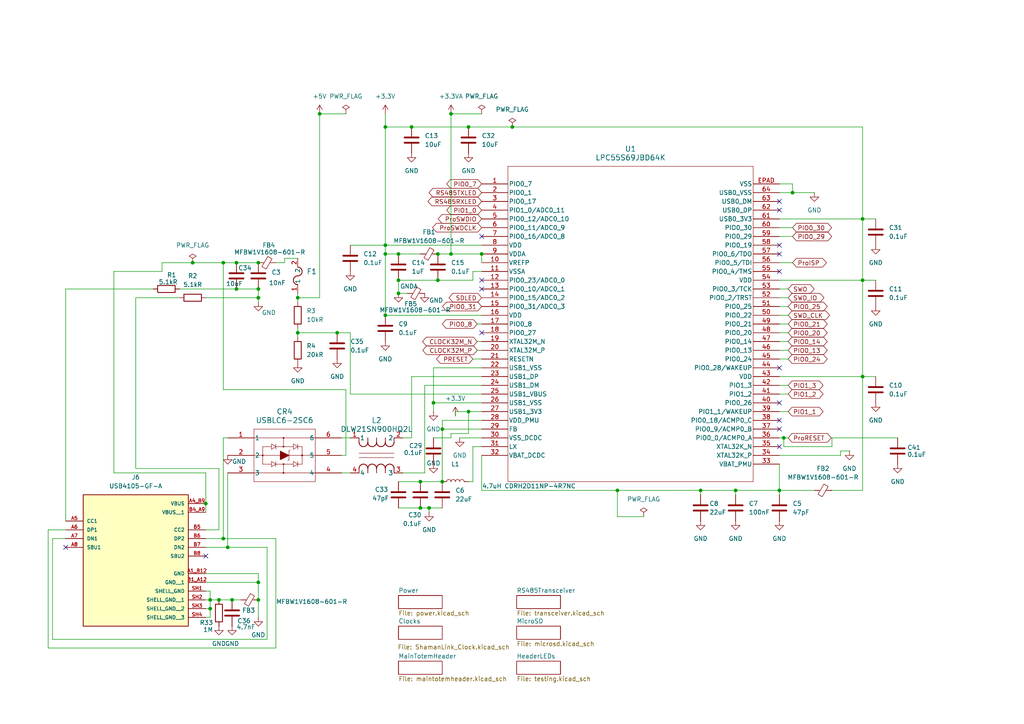
<source format=kicad_sch>
(kicad_sch (version 20250114) (generator "eeschema") (generator_version "9.0")
  (paper "A4")
  (title_block (title "MCU and USB"))
  (lib_symbols
    (symbol "DLW21SN900HQ2L:DLW21SN900HQ2L" (pin_names (offset 0.254))
      (property "Reference" "L" (at 7.62 2.54 0))
      (property "Value" "DLW21SN900HQ2L" (at 7.62 -12.7 0))
      (symbol "DLW21SN900HQ2L_0_1"
        (pin unspecified line (at 0 0 0) (length 2.54) (name "1") (number "1"))
        (pin unspecified line (at 0 -10.16 0) (length 2.54) (name "4") (number "4"))
        (pin unspecified line (at 15.24 0 180) (length 2.54) (name "2") (number "2"))
        (pin unspecified line (at 15.24 -10.16 180) (length 2.54) (name "3") (number "3"))
      )
    )
    (symbol "Device:C" (pin_numbers (hide yes)) (pin_names (offset 0.254))
      (property "Reference" "C" (at 0.635 2.54 0))
      (property "Value" "C" (at 0.635 -2.54 0))
      (symbol "C_1_1"
        (pin passive line (at 0 3.81 270) (length 2.794) (name "~") (number "1"))
        (pin passive line (at 0 -3.81 90) (length 2.794) (name "~") (number "2"))
      )
    )
    (symbol "Device:FerriteBead_Small" (pin_numbers (hide yes)) (pin_names (offset 0))
      (property "Reference" "FB" (at 1.905 1.27 0))
      (property "Value" "FerriteBead_Small" (at 1.905 -1.27 0))
      (symbol "FerriteBead_Small_1_1"
        (pin passive line (at 0 2.54 270) (length 1.27) (name "~") (number "1"))
        (pin passive line (at 0 -2.54 90) (length 1.27) (name "~") (number "2"))
      )
    )
    (symbol "Device:L" (pin_numbers (hide yes)) (pin_names (offset 1.016) (hide yes))
      (property "Reference" "L" (at -1.27 0 90))
      (property "Value" "L" (at 1.905 0 90))
      (symbol "L_1_1"
        (pin passive line (at 0 3.81 270) (length 1.27) (name "1") (number "1"))
        (pin passive line (at 0 -3.81 90) (length 1.27) (name "2") (number "2"))
      )
    )
    (symbol "Device:R" (pin_numbers (hide yes)) (pin_names (offset 0))
      (property "Reference" "R" (at 2.032 0 90))
      (property "Value" "R" (at 0 0 90))
      (symbol "R_1_1"
        (pin passive line (at 0 3.81 270) (length 1.27) (name "~") (number "1"))
        (pin passive line (at 0 -3.81 90) (length 1.27) (name "~") (number "2"))
      )
    )
    (symbol "LPC55S69JBD64K:LPC55S69JBD64K" (pin_names (offset 0.254))
      (property "Reference" "U" (at 43.18 10.16 0))
      (property "Value" "LPC55S69JBD64K" (at 43.18 7.62 0))
      (symbol "LPC55S69JBD64K_0_1"
        (pin bidirectional line (at 0 0 0) (length 7.62) (name "PIO0_7") (number "1"))
        (pin bidirectional line (at 0 -2.54 0) (length 7.62) (name "PIO0_1") (number "2"))
        (pin bidirectional line (at 0 -5.08 0) (length 7.62) (name "PIO0_17") (number "3"))
        (pin bidirectional line (at 0 -7.62 0) (length 7.62) (name "PIO1_0/ADC0_11") (number "4"))
        (pin bidirectional line (at 0 -10.16 0) (length 7.62) (name "PIO0_12/ADC0_10") (number "5"))
        (pin bidirectional line (at 0 -12.7 0) (length 7.62) (name "PIO0_11/ADC0_9") (number "6"))
        (pin bidirectional line (at 0 -15.24 0) (length 7.62) (name "PIO0_16/ADC0_8") (number "7"))
        (pin power_in line (at 0 -17.78 0) (length 7.62) (name "VDD") (number "8"))
        (pin power_in line (at 0 -20.32 0) (length 7.62) (name "VDDA") (number "9"))
        (pin power_in line (at 0 -22.86 0) (length 7.62) (name "VREFP") (number "10"))
        (pin power_out line (at 0 -25.4 0) (length 7.62) (name "VSSA") (number "11"))
        (pin bidirectional line (at 0 -27.94 0) (length 7.62) (name "PIO0_23/ADC0_0") (number "12"))
        (pin bidirectional line (at 0 -30.48 0) (length 7.62) (name "PIO0_10/ADC0_1") (number "13"))
        (pin bidirectional line (at 0 -33.02 0) (length 7.62) (name "PIO0_15/ADC0_2") (number "14"))
        (pin bidirectional line (at 0 -35.56 0) (length 7.62) (name "PIO0_31/ADC0_3") (number "15"))
        (pin power_in line (at 0 -38.1 0) (length 7.62) (name "VDD") (number "16"))
        (pin bidirectional line (at 0 -40.64 0) (length 7.62) (name "PIO0_8") (number "17"))
        (pin bidirectional line (at 0 -43.18 0) (length 7.62) (name "PIO0_27") (number "18"))
        (pin unspecified line (at 0 -45.72 0) (length 7.62) (name "XTAL32M_N") (number "19"))
        (pin unspecified line (at 0 -48.26 0) (length 7.62) (name "XTAL32M_P") (number "20"))
        (pin input line (at 0 -50.8 0) (length 7.62) (name "RESETN") (number "21"))
        (pin power_out line (at 0 -53.34 0) (length 7.62) (name "USB1_VSS") (number "22"))
        (pin bidirectional line (at 0 -55.88 0) (length 7.62) (name "USB1_DP") (number "23"))
        (pin bidirectional line (at 0 -58.42 0) (length 7.62) (name "USB1_DM") (number "24"))
        (pin power_in line (at 0 -60.96 0) (length 7.62) (name "USB1_VBUS") (number "25"))
        (pin power_out line (at 0 -63.5 0) (length 7.62) (name "USB1_VSS") (number "26"))
        (pin power_in line (at 0 -66.04 0) (length 7.62) (name "USB1_3V3") (number "27"))
        (pin power_in line (at 0 -68.58 0) (length 7.62) (name "VDD_PMU") (number "28"))
        (pin input line (at 0 -71.12 0) (length 7.62) (name "FB") (number "29"))
        (pin power_out line (at 0 -73.66 0) (length 7.62) (name "VSS_DCDC") (number "30"))
        (pin output line (at 0 -76.2 0) (length 7.62) (name "LX") (number "31"))
        (pin power_in line (at 0 -78.74 0) (length 7.62) (name "VBAT_DCDC") (number "32"))
        (pin power_out line (at 86.36 0 180) (length 7.62) (name "VSS") (number "EPAD"))
        (pin power_out line (at 86.36 -2.54 180) (length 7.62) (name "USB0_VSS") (number "64"))
        (pin bidirectional line (at 86.36 -5.08 180) (length 7.62) (name "USB0_DM") (number "63"))
        (pin bidirectional line (at 86.36 -7.62 180) (length 7.62) (name "USB0_DP") (number "62"))
        (pin power_in line (at 86.36 -10.16 180) (length 7.62) (name "USB0_3V3") (number "61"))
        (pin bidirectional line (at 86.36 -12.7 180) (length 7.62) (name "PIO0_30") (number "60"))
        (pin bidirectional line (at 86.36 -15.24 180) (length 7.62) (name "PIO0_29") (number "59"))
        (pin bidirectional line (at 86.36 -17.78 180) (length 7.62) (name "PIO0_19") (number "58"))
        (pin bidirectional line (at 86.36 -20.32 180) (length 7.62) (name "PIO0_6/TDO") (number "57"))
        (pin bidirectional line (at 86.36 -22.86 180) (length 7.62) (name "PIO0_5/TDI") (number "56"))
        (pin bidirectional line (at 86.36 -25.4 180) (length 7.62) (name "PIO0_4/TMS") (number "55"))
        (pin power_in line (at 86.36 -27.94 180) (length 7.62) (name "VDD") (number "54"))
        (pin bidirectional line (at 86.36 -30.48 180) (length 7.62) (name "PIO0_3/TCK") (number "53"))
        (pin bidirectional line (at 86.36 -33.02 180) (length 7.62) (name "PIO0_2/TRST") (number "52"))
        (pin bidirectional line (at 86.36 -35.56 180) (length 7.62) (name "PIO0_25") (number "51"))
        (pin bidirectional line (at 86.36 -38.1 180) (length 7.62) (name "PIO0_22") (number "50"))
        (pin bidirectional line (at 86.36 -40.64 180) (length 7.62) (name "PIO0_21") (number "49"))
        (pin bidirectional line (at 86.36 -43.18 180) (length 7.62) (name "PIO0_20") (number "48"))
        (pin bidirectional line (at 86.36 -45.72 180) (length 7.62) (name "PIO0_14") (number "47"))
        (pin bidirectional line (at 86.36 -48.26 180) (length 7.62) (name "PIO0_13") (number "46"))
        (pin bidirectional line (at 86.36 -50.8 180) (length 7.62) (name "PIO0_24") (number "45"))
        (pin bidirectional line (at 86.36 -53.34 180) (length 7.62) (name "PIO0_28/WAKEUP") (number "44"))
        (pin power_in line (at 86.36 -55.88 180) (length 7.62) (name "VDD") (number "43"))
        (pin bidirectional line (at 86.36 -58.42 180) (length 7.62) (name "PIO1_3") (number "42"))
        (pin bidirectional line (at 86.36 -60.96 180) (length 7.62) (name "PIO1_2") (number "41"))
        (pin bidirectional line (at 86.36 -63.5 180) (length 7.62) (name "PIO0_26") (number "40"))
        (pin bidirectional line (at 86.36 -66.04 180) (length 7.62) (name "PIO1_1/WAKEUP") (number "39"))
        (pin bidirectional line (at 86.36 -68.58 180) (length 7.62) (name "PIO0_18/ACMP0_C") (number "38"))
        (pin bidirectional line (at 86.36 -71.12 180) (length 7.62) (name "PIO0_9/ACMP0_B") (number "37"))
        (pin bidirectional line (at 86.36 -73.66 180) (length 7.62) (name "PIO0_0/ACMP0_A") (number "36"))
        (pin unspecified line (at 86.36 -76.2 180) (length 7.62) (name "XTAL32K_N") (number "35"))
        (pin unspecified line (at 86.36 -78.74 180) (length 7.62) (name "XTAL32K_P") (number "34"))
        (pin power_in line (at 86.36 -81.28 180) (length 7.62) (name "VBAT_PMU") (number "33"))
      )
    )
    (symbol "TVS2Line:USBLC6-2SC6" (pin_names (offset 0.254))
      (property "Reference" "CR" (at 16.51 7.62 0))
      (property "Value" "USBLC6-2SC6" (at 16.51 5.08 0))
      (symbol "USBLC6-2SC6_0_1"
        (pin unspecified line (at 0 0 0) (length 7.62) (name "1") (number "1"))
        (pin unspecified line (at 0 -5.08 0) (length 7.62) (name "2") (number "2"))
        (pin unspecified line (at 0 -10.16 0) (length 7.62) (name "3") (number "3"))
        (pin unspecified line (at 33.02 0 180) (length 7.62) (name "6") (number "6"))
        (pin unspecified line (at 33.02 -5.08 180) (length 7.62) (name "5") (number "5"))
        (pin unspecified line (at 33.02 -10.16 180) (length 7.62) (name "4") (number "4"))
      )
    )
    (symbol "USB2.0Recepticle:USB4105-GF-A" (pin_names (offset 1.016))
      (property "Reference" "J" (at -15.24 13.97 0))
      (property "Value" "USB4105-GF-A" (at -15.24 -27.94 0))
      (symbol "USB4105-GF-A_0_0"
        (pin bidirectional line (at -20.32 5.08 0) (length 5.08) (name "CC1") (number "A5"))
        (pin bidirectional line (at -20.32 2.54 0) (length 5.08) (name "DP1") (number "A6"))
        (pin bidirectional line (at -20.32 0 0) (length 5.08) (name "DN1") (number "A7"))
        (pin bidirectional line (at -20.32 -2.54 0) (length 5.08) (name "SBU1") (number "A8"))
        (pin power_in line (at 20.32 10.16 180) (length 5.08) (name "VBUS") (number "A4_B9"))
        (pin power_in line (at 20.32 7.62 180) (length 5.08) (name "VBUS__1") (number "B4_A9"))
        (pin bidirectional line (at 20.32 2.54 180) (length 5.08) (name "CC2") (number "B5"))
        (pin bidirectional line (at 20.32 0 180) (length 5.08) (name "DP2") (number "B6"))
        (pin bidirectional line (at 20.32 -2.54 180) (length 5.08) (name "DN2") (number "B7"))
        (pin bidirectional line (at 20.32 -5.08 180) (length 5.08) (name "SBU2") (number "B8"))
        (pin power_in line (at 20.32 -10.16 180) (length 5.08) (name "GND") (number "A1_B12"))
        (pin power_in line (at 20.32 -12.7 180) (length 5.08) (name "GND__1") (number "B1_A12"))
        (pin power_in line (at 20.32 -15.24 180) (length 5.08) (name "SHELL_GND") (number "SH1"))
        (pin power_in line (at 20.32 -17.78 180) (length 5.08) (name "SHELL_GND__1") (number "SH2"))
        (pin power_in line (at 20.32 -20.32 180) (length 5.08) (name "SHELL_GND__2") (number "SH3"))
        (pin power_in line (at 20.32 -22.86 180) (length 5.08) (name "SHELL_GND__3") (number "SH4"))
      )
    )
    (symbol "polyfuse1_5A32V:1206L075_13.2WR" (pin_names (offset 0.254))
      (property "Reference" "F" (at 5.08 3.175 0))
      (property "Value" "1206L075/13.2WR" (at 5.08 -3.175 0))
      (symbol "1206L075_13.2WR_1_1"
        (pin unspecified line (at 0 0 0) (length 2.54) (name "1") (number "1"))
        (pin unspecified line (at 10.16 0 180) (length 2.54) (name "2") (number "2"))
      )
      (symbol "1206L075_13.2WR_1_2"
        (pin unspecified line (at 0 10.16 270) (length 2.54) (name "2") (number "2"))
        (pin unspecified line (at 0 0 90) (length 2.54) (name "1") (number "1"))
      )
    )
    (symbol "power:+3.3V" (power) (pin_numbers (hide yes)) (pin_names (offset 0) (hide yes))
      (property "Value" "+3.3V" (at 0 3.556 0))
      (symbol "+3.3V_1_1"
        (pin power_in line (at 0 0 90) (length 0) (name "~") (number "1"))
      )
    )
    (symbol "power:+3.3VA" (power) (pin_numbers (hide yes)) (pin_names (offset 0) (hide yes))
      (property "Value" "+3.3VA" (at 0 3.556 0))
      (symbol "+3.3VA_1_1"
        (pin power_in line (at 0 0 90) (length 0) (name "~") (number "1"))
      )
    )
    (symbol "power:+5V" (power) (pin_numbers (hide yes)) (pin_names (offset 0) (hide yes))
      (property "Value" "+5V" (at 0 3.556 0))
      (symbol "+5V_1_1"
        (pin power_in line (at 0 0 90) (length 0) (name "~") (number "1"))
      )
    )
    (symbol "power:GND" (power) (pin_numbers (hide yes)) (pin_names (offset 0) (hide yes))
      (property "Value" "GND" (at 0 -3.81 0))
      (symbol "GND_1_1"
        (pin power_in line (at 0 0 270) (length 0) (name "~") (number "1"))
      )
    )
    (symbol "power:GNDA" (power) (pin_numbers (hide yes)) (pin_names (offset 0) (hide yes))
      (property "Value" "GNDA" (at 0 -3.81 0))
      (symbol "GNDA_1_1"
        (pin power_in line (at 0 0 270) (length 0) (name "~") (number "1"))
      )
    )
    (symbol "power:PWR_FLAG" (power) (pin_numbers (hide yes)) (pin_names (offset 0) (hide yes))
      (property "Value" "PWR_FLAG" (at 0 3.81 0))
      (symbol "PWR_FLAG_0_0"
        (pin power_out line (at 0 0 90) (length 0) (name "~") (number "1"))
      )
    )
  )
  (junction (at 115.57 73.66))
  (junction (at 86.36 96.52))
  (junction (at 74.93 76.2))
  (junction (at 115.57 81.28))
  (junction (at 203.2 142.24))
  (junction (at 121.92 139.7))
  (junction (at 68.58 76.2))
  (junction (at 227.33 127))
  (junction (at 55.88 76.2))
  (junction (at 226.06 142.24))
  (junction (at 64.77 156.21))
  (junction (at 67.31 173.99))
  (junction (at 250.19 109.22))
  (junction (at 229.87 55.88))
  (junction (at 74.93 83.82))
  (junction (at 121.92 147.32))
  (junction (at 128.27 139.7))
  (junction (at 130.81 73.66))
  (junction (at 213.36 142.24))
  (junction (at 130.81 33.02))
  (junction (at 148.59 36.83))
  (junction (at 127 81.28))
  (junction (at 74.93 86.36))
  (junction (at 111.76 36.83))
  (junction (at 74.93 168.91))
  (junction (at 124.46 147.32))
  (junction (at 128.27 124.46))
  (junction (at 250.19 63.5))
  (junction (at 111.76 91.44))
  (junction (at 139.7 73.66))
  (junction (at 179.07 142.24))
  (junction (at 66.04 158.75))
  (junction (at 125.73 116.84))
  (junction (at 127 73.66))
  (junction (at 59.69 146.05))
  (junction (at 60.96 173.99))
  (junction (at 250.19 81.28))
  (junction (at 63.5 173.99))
  (junction (at 92.71 33.02))
  (junction (at 111.76 73.66))
  (junction (at 97.79 96.52))
  (junction (at 135.89 36.83))
  (junction (at 74.93 173.99))
  (junction (at 86.36 86.36))
  (junction (at 64.77 76.2))
  (junction (at 135.89 119.38))
  (junction (at 119.38 36.83))
  (junction (at 68.58 83.82))
  (junction (at 60.96 176.53))
  (junction (at 111.76 71.12))
  (junction (at 115.57 85.09))
  (no_connect (at 226.06 121.92))
  (no_connect (at 226.06 60.96))
  (no_connect (at 226.06 73.66))
  (no_connect (at 139.7 81.28))
  (no_connect (at 139.7 96.52))
  (no_connect (at 139.7 83.82))
  (no_connect (at 59.69 161.29))
  (no_connect (at 139.7 68.58))
  (no_connect (at 226.06 106.68))
  (no_connect (at 226.06 124.46))
  (no_connect (at 226.06 58.42))
  (no_connect (at 19.05 158.75))
  (no_connect (at 226.06 116.84))
  (no_connect (at 226.06 129.54))
  (no_connect (at 226.06 71.12))
  (no_connect (at 226.06 78.74))
  (wire (pts (xy 138.43 101.6) (xy 139.7 101.6)))
  (wire (pts (xy 121.92 147.32) (xy 124.46 147.32)))
  (wire (pts (xy 137.16 129.54) (xy 139.7 129.54)))
  (wire (pts (xy 229.87 55.88) (xy 229.87 53.34)))
  (wire (pts (xy 86.36 95.25) (xy 86.36 96.52)))
  (wire (pts (xy 111.76 71.12) (xy 111.76 73.66)))
  (wire (pts (xy 226.06 104.14) (xy 228.6 104.14)))
  (wire (pts (xy 92.71 33.02) (xy 92.71 86.36)))
  (wire (pts (xy 250.19 63.5) (xy 250.19 81.28)))
  (wire (pts (xy 130.81 125.73) (xy 135.89 125.73)))
  (wire (pts (xy 115.57 85.09) (xy 115.57 81.28)))
  (wire (pts (xy 228.6 91.44) (xy 226.06 91.44)))
  (wire (pts (xy 74.93 83.82) (xy 74.93 86.36)))
  (wire (pts (xy 59.69 86.36) (xy 74.93 86.36)))
  (wire (pts (xy 128.27 121.92) (xy 139.7 121.92)))
  (wire (pts (xy 127 81.28) (xy 137.16 81.28)))
  (wire (pts (xy 125.73 106.68) (xy 125.73 116.84)))
  (wire (pts (xy 59.69 146.05) (xy 59.69 148.59)))
  (wire (pts (xy 250.19 81.28) (xy 254 81.28)))
  (wire (pts (xy 111.76 36.83) (xy 119.38 36.83)))
  (wire (pts (xy 128.27 121.92) (xy 128.27 124.46)))
  (wire (pts (xy 123.19 111.76) (xy 123.19 137.16)))
  (wire (pts (xy 250.19 109.22) (xy 254 109.22)))
  (wire (pts (xy 60.96 171.45) (xy 59.69 171.45)))
  (wire (pts (xy 59.69 179.07) (xy 60.96 179.07)))
  (wire (pts (xy 111.76 33.02) (xy 111.76 36.83)))
  (wire (pts (xy 213.36 142.24) (xy 226.06 142.24)))
  (wire (pts (xy 135.89 139.7) (xy 137.16 139.7)))
  (wire (pts (xy 226.06 111.76) (xy 228.6 111.76)))
  (wire (pts (xy 63.5 135.89) (xy 63.5 153.67)))
  (wire (pts (xy 39.37 86.36) (xy 52.07 86.36)))
  (wire (pts (xy 119.38 109.22) (xy 119.38 127)))
  (wire (pts (xy 226.06 88.9) (xy 228.6 88.9)))
  (wire (pts (xy 111.76 71.12) (xy 139.7 71.12)))
  (wire (pts (xy 99.06 132.08) (xy 100.33 132.08)))
  (wire (pts (xy 128.27 124.46) (xy 139.7 124.46)))
  (wire (pts (xy 226.06 53.34) (xy 229.87 53.34)))
  (wire (pts (xy 77.47 185.42) (xy 77.47 158.75)))
  (wire (pts (xy 59.69 166.37) (xy 74.93 166.37)))
  (wire (pts (xy 250.19 36.83) (xy 250.19 63.5)))
  (wire (pts (xy 86.36 85.09) (xy 86.36 86.36)))
  (wire (pts (xy 64.77 76.2) (xy 64.77 113.03)))
  (wire (pts (xy 229.87 55.88) (xy 236.22 55.88)))
  (wire (pts (xy 19.05 153.67) (xy 13.97 153.67)))
  (wire (pts (xy 226.06 114.3) (xy 228.6 114.3)))
  (wire (pts (xy 123.19 137.16) (xy 116.84 137.16)))
  (wire (pts (xy 60.96 179.07) (xy 60.96 176.53)))
  (wire (pts (xy 64.77 156.21) (xy 80.01 156.21)))
  (wire (pts (xy 260.35 127) (xy 241.3 127)))
  (wire (pts (xy 243.84 130.81) (xy 246.38 130.81)))
  (wire (pts (xy 135.89 125.73) (xy 135.89 119.38)))
  (wire (pts (xy 60.96 173.99) (xy 60.96 171.45)))
  (wire (pts (xy 130.81 33.02) (xy 139.7 33.02)))
  (wire (pts (xy 137.16 139.7) (xy 137.16 129.54)))
  (wire (pts (xy 139.7 132.08) (xy 139.7 142.24)))
  (wire (pts (xy 97.79 96.52) (xy 86.36 96.52)))
  (wire (pts (xy 66.04 158.75) (xy 77.47 158.75)))
  (wire (pts (xy 125.73 127) (xy 130.81 127)))
  (wire (pts (xy 250.19 63.5) (xy 254 63.5)))
  (wire (pts (xy 213.36 142.24) (xy 213.36 143.51)))
  (wire (pts (xy 111.76 91.44) (xy 139.7 91.44)))
  (wire (pts (xy 33.02 137.16) (xy 59.69 137.16)))
  (wire (pts (xy 226.06 134.62) (xy 226.06 142.24)))
  (wire (pts (xy 99.06 127) (xy 101.6 127)))
  (wire (pts (xy 64.77 127) (xy 64.77 156.21)))
  (wire (pts (xy 19.05 156.21) (xy 15.24 156.21)))
  (wire (pts (xy 226.06 68.58) (xy 229.87 68.58)))
  (wire (pts (xy 137.16 104.14) (xy 139.7 104.14)))
  (wire (pts (xy 137.16 81.28) (xy 137.16 78.74)))
  (wire (pts (xy 64.77 76.2) (xy 68.58 76.2)))
  (wire (pts (xy 227.33 129.54) (xy 227.33 127)))
  (wire (pts (xy 68.58 83.82) (xy 74.93 83.82)))
  (wire (pts (xy 111.76 73.66) (xy 115.57 73.66)))
  (wire (pts (xy 115.57 81.28) (xy 127 81.28)))
  (wire (pts (xy 86.36 86.36) (xy 92.71 86.36)))
  (wire (pts (xy 119.38 109.22) (xy 139.7 109.22)))
  (wire (pts (xy 135.89 36.83) (xy 148.59 36.83)))
  (wire (pts (xy 241.3 142.24) (xy 250.19 142.24)))
  (wire (pts (xy 115.57 73.66) (xy 121.92 73.66)))
  (wire (pts (xy 138.43 93.98) (xy 139.7 93.98)))
  (wire (pts (xy 68.58 76.2) (xy 74.93 76.2)))
  (wire (pts (xy 86.36 96.52) (xy 86.36 97.79)))
  (wire (pts (xy 226.06 76.2) (xy 229.87 76.2)))
  (wire (pts (xy 226.06 109.22) (xy 250.19 109.22)))
  (wire (pts (xy 19.05 83.82) (xy 19.05 151.13)))
  (wire (pts (xy 86.36 86.36) (xy 86.36 87.63)))
  (wire (pts (xy 139.7 73.66) (xy 139.7 76.2)))
  (wire (pts (xy 130.81 127) (xy 130.81 125.73)))
  (wire (pts (xy 139.7 116.84) (xy 125.73 116.84)))
  (wire (pts (xy 138.43 99.06) (xy 139.7 99.06)))
  (wire (pts (xy 52.07 83.82) (xy 68.58 83.82)))
  (wire (pts (xy 123.19 111.76) (xy 139.7 111.76)))
  (wire (pts (xy 241.3 129.54) (xy 227.33 129.54)))
  (wire (pts (xy 227.33 127) (xy 228.6 127)))
  (wire (pts (xy 250.19 81.28) (xy 250.19 109.22)))
  (wire (pts (xy 39.37 86.36) (xy 39.37 135.89)))
  (wire (pts (xy 46.99 76.2) (xy 55.88 76.2)))
  (wire (pts (xy 241.3 127) (xy 241.3 129.54)))
  (wire (pts (xy 63.5 173.99) (xy 60.96 173.99)))
  (wire (pts (xy 59.69 168.91) (xy 74.93 168.91)))
  (wire (pts (xy 82.55 76.2) (xy 82.55 74.93)))
  (wire (pts (xy 66.04 127) (xy 64.77 127)))
  (wire (pts (xy 130.81 73.66) (xy 139.7 73.66)))
  (wire (pts (xy 250.19 109.22) (xy 250.19 142.24)))
  (wire (pts (xy 111.76 36.83) (xy 111.76 71.12)))
  (wire (pts (xy 130.81 33.02) (xy 130.81 73.66)))
  (wire (pts (xy 67.31 173.99) (xy 63.5 173.99)))
  (wire (pts (xy 59.69 137.16) (xy 59.69 146.05)))
  (wire (pts (xy 33.02 78.74) (xy 46.99 78.74)))
  (wire (pts (xy 100.33 132.08) (xy 100.33 113.03)))
  (wire (pts (xy 124.46 147.32) (xy 128.27 147.32)))
  (wire (pts (xy 128.27 124.46) (xy 128.27 139.7)))
  (wire (pts (xy 74.93 166.37) (xy 74.93 168.91)))
  (wire (pts (xy 243.84 132.08) (xy 243.84 130.81)))
  (wire (pts (xy 100.33 113.03) (xy 64.77 113.03)))
  (wire (pts (xy 139.7 114.3) (xy 101.6 114.3)))
  (wire (pts (xy 139.7 106.68) (xy 125.73 106.68)))
  (wire (pts (xy 137.16 78.74) (xy 139.7 78.74)))
  (wire (pts (xy 228.6 83.82) (xy 226.06 83.82)))
  (wire (pts (xy 226.06 63.5) (xy 250.19 63.5)))
  (wire (pts (xy 148.59 36.83) (xy 250.19 36.83)))
  (wire (pts (xy 115.57 85.09) (xy 118.11 85.09)))
  (wire (pts (xy 74.93 173.99) (xy 74.93 179.07)))
  (wire (pts (xy 115.57 139.7) (xy 121.92 139.7)))
  (wire (pts (xy 80.01 187.96) (xy 80.01 156.21)))
  (wire (pts (xy 119.38 36.83) (xy 135.89 36.83)))
  (wire (pts (xy 203.2 142.24) (xy 213.36 142.24)))
  (wire (pts (xy 226.06 132.08) (xy 243.84 132.08)))
  (wire (pts (xy 226.06 93.98) (xy 228.6 93.98)))
  (wire (pts (xy 226.06 142.24) (xy 236.22 142.24)))
  (wire (pts (xy 179.07 142.24) (xy 203.2 142.24)))
  (wire (pts (xy 132.08 120.65) (xy 132.08 119.38)))
  (wire (pts (xy 139.7 142.24) (xy 179.07 142.24)))
  (wire (pts (xy 186.69 149.86) (xy 179.07 149.86)))
  (wire (pts (xy 33.02 78.74) (xy 33.02 137.16)))
  (wire (pts (xy 132.08 119.38) (xy 135.89 119.38)))
  (wire (pts (xy 135.89 119.38) (xy 139.7 119.38)))
  (wire (pts (xy 226.06 101.6) (xy 228.6 101.6)))
  (wire (pts (xy 226.06 66.04) (xy 229.87 66.04)))
  (wire (pts (xy 228.6 86.36) (xy 226.06 86.36)))
  (wire (pts (xy 39.37 135.89) (xy 63.5 135.89)))
  (wire (pts (xy 80.01 76.2) (xy 82.55 76.2)))
  (wire (pts (xy 121.92 139.7) (xy 128.27 139.7)))
  (wire (pts (xy 69.85 173.99) (xy 67.31 173.99)))
  (wire (pts (xy 59.69 156.21) (xy 64.77 156.21)))
  (wire (pts (xy 179.07 149.86) (xy 179.07 142.24)))
  (wire (pts (xy 46.99 78.74) (xy 46.99 76.2)))
  (wire (pts (xy 101.6 96.52) (xy 97.79 96.52)))
  (wire (pts (xy 226.06 99.06) (xy 228.6 99.06)))
  (wire (pts (xy 125.73 116.84) (xy 125.73 119.38)))
  (wire (pts (xy 60.96 176.53) (xy 60.96 173.99)))
  (wire (pts (xy 127 73.66) (xy 130.81 73.66)))
  (wire (pts (xy 115.57 147.32) (xy 121.92 147.32)))
  (wire (pts (xy 13.97 187.96) (xy 80.01 187.96)))
  (wire (pts (xy 226.06 55.88) (xy 229.87 55.88)))
  (wire (pts (xy 15.24 185.42) (xy 77.47 185.42)))
  (wire (pts (xy 15.24 156.21) (xy 15.24 185.42)))
  (wire (pts (xy 133.35 127) (xy 139.7 127)))
  (wire (pts (xy 66.04 137.16) (xy 66.04 158.75)))
  (wire (pts (xy 55.88 76.2) (xy 64.77 76.2)))
  (wire (pts (xy 59.69 158.75) (xy 66.04 158.75)))
  (wire (pts (xy 101.6 71.12) (xy 111.76 71.12)))
  (wire (pts (xy 226.06 81.28) (xy 250.19 81.28)))
  (wire (pts (xy 111.76 73.66) (xy 111.76 91.44)))
  (wire (pts (xy 99.06 137.16) (xy 101.6 137.16)))
  (wire (pts (xy 82.55 74.93) (xy 86.36 74.93)))
  (wire (pts (xy 63.5 153.67) (xy 59.69 153.67)))
  (wire (pts (xy 101.6 114.3) (xy 101.6 96.52)))
  (wire (pts (xy 203.2 142.24) (xy 203.2 143.51)))
  (wire (pts (xy 226.06 96.52) (xy 228.6 96.52)))
  (wire (pts (xy 92.71 33.02) (xy 100.33 33.02)))
  (wire (pts (xy 13.97 153.67) (xy 13.97 187.96)))
  (wire (pts (xy 226.06 142.24) (xy 226.06 143.51)))
  (wire (pts (xy 74.93 168.91) (xy 74.93 173.99)))
  (wire (pts (xy 74.93 86.36) (xy 74.93 87.63)))
  (wire (pts (xy 226.06 119.38) (xy 228.6 119.38)))
  (wire (pts (xy 119.38 127) (xy 116.84 127)))
  (wire (pts (xy 59.69 173.99) (xy 60.96 173.99)))
  (wire (pts (xy 59.69 176.53) (xy 60.96 176.53)))
  (wire (pts (xy 124.46 148.59) (xy 124.46 147.32)))
  (wire (pts (xy 226.06 127) (xy 227.33 127)))
  (wire (pts (xy 19.05 83.82) (xy 44.45 83.82)))
  (global_label "ProSWDCLK" (shape bidirectional) (at 139.7 66.04 180) (property "Intersheetrefs" "${INTERSHEET_REFS}" (effects (hide yes))))
  (global_label "ProISP" (shape bidirectional) (at 229.87 76.2 0) (property "Intersheetrefs" "${INTERSHEET_REFS}" (effects (hide yes))))
  (global_label "ProSWDIO" (shape bidirectional) (at 139.7 63.5 180) (property "Intersheetrefs" "${INTERSHEET_REFS}" (effects (hide yes))))
  (global_label "PIO1_3" (shape bidirectional) (at 228.6 111.76 0) (property "Intersheetrefs" "${INTERSHEET_REFS}" (effects (hide yes))))
  (global_label "PIO0_29" (shape bidirectional) (at 229.87 68.58 0) (property "Intersheetrefs" "${INTERSHEET_REFS}" (effects (hide yes))))
  (global_label "RS485TXLED" (shape bidirectional) (at 139.7 55.88 180) (property "Intersheetrefs" "${INTERSHEET_REFS}" (effects (hide yes))))
  (global_label "PIO0_31" (shape bidirectional) (at 139.7 88.9 180) (property "Intersheetrefs" "${INTERSHEET_REFS}" (effects (hide yes))))
  (global_label "RS485RXLED" (shape bidirectional) (at 139.7 58.42 180) (property "Intersheetrefs" "${INTERSHEET_REFS}" (effects (hide yes))))
  (global_label "PIO0_21" (shape bidirectional) (at 228.6 93.98 0) (property "Intersheetrefs" "${INTERSHEET_REFS}" (effects (hide yes))))
  (global_label "SDLED" (shape bidirectional) (at 139.7 86.36 180) (property "Intersheetrefs" "${INTERSHEET_REFS}" (effects (hide yes))))
  (global_label "PIO1_0" (shape bidirectional) (at 139.7 60.96 180) (property "Intersheetrefs" "${INTERSHEET_REFS}" (effects (hide yes))))
  (global_label "PIO1_2" (shape bidirectional) (at 228.6 114.3 0) (property "Intersheetrefs" "${INTERSHEET_REFS}" (effects (hide yes))))
  (global_label "SWO" (shape bidirectional) (at 228.6 83.82 0) (property "Intersheetrefs" "${INTERSHEET_REFS}" (effects (hide yes))))
  (global_label "SWD_CLK" (shape bidirectional) (at 228.6 91.44 0) (property "Intersheetrefs" "${INTERSHEET_REFS}" (effects (hide yes))))
  (global_label "PIO0_13" (shape bidirectional) (at 228.6 101.6 0) (property "Intersheetrefs" "${INTERSHEET_REFS}" (effects (hide yes))))
  (global_label "PIO0_30" (shape bidirectional) (at 229.87 66.04 0) (property "Intersheetrefs" "${INTERSHEET_REFS}" (effects (hide yes))))
  (global_label "PIO0_20" (shape bidirectional) (at 228.6 96.52 0) (property "Intersheetrefs" "${INTERSHEET_REFS}" (effects (hide yes))))
  (global_label "PIO0_25" (shape bidirectional) (at 228.6 88.9 0) (property "Intersheetrefs" "${INTERSHEET_REFS}" (effects (hide yes))))
  (global_label "PRESET" (shape bidirectional) (at 137.16 104.14 180) (property "Intersheetrefs" "${INTERSHEET_REFS}" (effects (hide yes))))
  (global_label "PIO0_7" (shape bidirectional) (at 139.7 53.34 180) (property "Intersheetrefs" "${INTERSHEET_REFS}" (effects (hide yes))))
  (global_label "SWD_IO" (shape bidirectional) (at 228.6 86.36 0) (property "Intersheetrefs" "${INTERSHEET_REFS}" (effects (hide yes))))
  (global_label "PIO0_24" (shape bidirectional) (at 228.6 104.14 0) (property "Intersheetrefs" "${INTERSHEET_REFS}" (effects (hide yes))))
  (global_label "PIO1_1" (shape bidirectional) (at 228.6 119.38 0) (property "Intersheetrefs" "${INTERSHEET_REFS}" (effects (hide yes))))
  (global_label "CLOCK32M_N" (shape bidirectional) (at 138.43 99.06 180) (property "Intersheetrefs" "${INTERSHEET_REFS}" (effects (hide yes))))
  (global_label "CLOCK32M_P" (shape bidirectional) (at 138.43 101.6 180) (property "Intersheetrefs" "${INTERSHEET_REFS}" (effects (hide yes))))
  (global_label "ProRESET" (shape bidirectional) (at 228.6 127 0) (property "Intersheetrefs" "${INTERSHEET_REFS}" (effects (hide yes))))
  (global_label "PIO0_14" (shape bidirectional) (at 228.6 99.06 0) (property "Intersheetrefs" "${INTERSHEET_REFS}" (effects (hide yes))))
  (global_label "PIO0_8" (shape bidirectional) (at 138.43 93.98 180) (property "Intersheetrefs" "${INTERSHEET_REFS}" (effects (hide yes))))
  (symbol (lib_id "power:+3.3V") (at 111.76 33.02 0) (unit 1)
    (property "Reference" "#PWR040" (effects (hide yes)))
    (property "Value" "+3.3V" (at 111.76 27.94 0))
    (property "Description" "Power symbol creates a global label with name \"+3.3V\"" (effects (hide yes)))
  )
  (symbol (lib_id "polyfuse1_5A32V:1206L075_13.2WR") (at 86.36 85.09 90) (unit 1)
    (property "Reference" "F1" (at 88.9 78.7399 90) (effects (font (size 1.524 1.524)) (justify right)))
    (property "Value" "1206L075/13.2WR" (effects (hide yes)))
    (property "Footprint" "polyfuse1_5A32V:1206LSeries_LTF-M" (effects (hide yes)))
    (property "Datasheet" "1206L075/13.2WR" (effects (hide yes)))
  )
  (symbol (lib_id "power:GND") (at 74.93 179.07 0) (unit 1)
    (property "Reference" "#PWR015" (effects (hide yes)))
    (property "Value" "GND" (at 74.93 184.15 0))
    (property "Description" "Power symbol creates a global label with name \"GND\" , ground" (effects (hide yes)))
  )
  (symbol (lib_id "Device:R") (at 55.88 86.36 90) (unit 1)
    (property "Reference" "R2" (at 55.88 80.01 90))
    (property "Value" "5.1kR" (at 55.88 82.55 90))
    (property "Footprint" "Resistor_SMD:R_0805_2012Metric_Pad1.20x1.40mm_HandSolder" (effects (hide yes)))
    (property "Description" "Resistor" (effects (hide yes)))
  )
  (symbol (lib_id "Device:C") (at 97.79 100.33 0) (unit 1)
    (property "Reference" "C35" (at 101.6 99.0599 0) (effects (justify left)))
    (property "Value" "0.1uF" (at 101.6 101.5999 0) (effects (justify left)))
    (property "Footprint" "Capacitor_SMD:C_0805_2012Metric_Pad1.18x1.45mm_HandSolder" (effects (hide yes)))
    (property "Description" "Unpolarized capacitor" (effects (hide yes)))
  )
  (symbol (lib_id "power:GND") (at 97.79 104.14 0) (unit 1)
    (property "Reference" "#PWR058" (effects (hide yes)))
    (property "Value" "GND" (at 97.79 109.22 0))
    (property "Description" "Power symbol creates a global label with name \"GND\" , ground" (effects (hide yes)))
  )
  (symbol (lib_id "TVS2Line:USBLC6-2SC6") (at 66.04 127 0) (unit 1)
    (property "Reference" "CR4" (at 82.55 119.38 0) (effects (font (size 1.524 1.524))))
    (property "Value" "USBLC6-2SC6" (at 82.55 121.92 0) (effects (font (size 1.524 1.524))))
    (property "Footprint" "TVS2Line:SOT23-6L_STM-M" (effects (hide yes)))
    (property "Datasheet" "https://www.st.com/resource/en/datasheet/usblc6-2.pdf" (effects (hide yes)))
  )
  (symbol (lib_id "DLW21SN900HQ2L:DLW21SN900HQ2L") (at 101.6 127 0) (unit 1)
    (property "Reference" "L2" (at 109.22 121.92 0) (effects (font (size 1.524 1.524))))
    (property "Value" "DLW21SN900HQ2L" (at 109.22 124.46 0) (effects (font (size 1.524 1.524))))
    (property "Footprint" "DLW21SN900HQ2L:IND_DLW21S_0805_MUR-M" (effects (hide yes)))
    (property "Datasheet" "DLW21SN900HQ2L" (effects (hide yes)))
  )
  (symbol (lib_id "power:GND") (at 63.5 181.61 0) (unit 1)
    (property "Reference" "#PWR060" (effects (hide yes)))
    (property "Value" "GND" (at 63.5 186.69 0))
    (property "Description" "Power symbol creates a global label with name \"GND\" , ground" (effects (hide yes)))
  )
  (symbol (lib_id "power:GND") (at 111.76 99.06 0) (unit 1)
    (property "Reference" "#PWR09" (effects (hide yes)))
    (property "Value" "GND" (at 111.76 104.14 0))
    (property "Description" "Power symbol creates a global label with name \"GND\" , ground" (effects (hide yes)))
  )
  (symbol (lib_id "Device:C") (at 135.89 40.64 0) (unit 1)
    (property "Reference" "C32" (at 139.7 39.3699 0) (effects (justify left)))
    (property "Value" "10uF" (at 139.7 41.9099 0) (effects (justify left)))
    (property "Footprint" "Capacitor_SMD:C_0805_2012Metric_Pad1.18x1.45mm_HandSolder" (effects (hide yes)))
    (property "Description" "Unpolarized capacitor" (effects (hide yes)))
  )
  (symbol (lib_id "Device:C") (at 254 113.03 0) (unit 1)
    (property "Reference" "C10" (at 257.81 111.7599 0) (effects (justify left)))
    (property "Value" "0.1uF" (at 257.81 114.2999 0) (effects (justify left)))
    (property "Footprint" "Capacitor_SMD:C_0805_2012Metric_Pad1.18x1.45mm_HandSolder" (effects (hide yes)))
    (property "Description" "Unpolarized capacitor" (effects (hide yes)))
  )
  (symbol (lib_id "Device:C") (at 226.06 147.32 0) (unit 1)
    (property "Reference" "C5" (at 229.87 146.0499 0) (effects (justify left)))
    (property "Value" "47pF" (at 229.87 148.5899 0) (effects (justify left)))
    (property "Footprint" "Capacitor_SMD:C_0805_2012Metric_Pad1.18x1.45mm_HandSolder" (effects (hide yes)))
    (property "Description" "Unpolarized capacitor" (effects (hide yes)))
  )
  (symbol (lib_id "power:GND") (at 254 116.84 0) (unit 1)
    (property "Reference" "#PWR010" (effects (hide yes)))
    (property "Value" "GND" (at 254 121.92 0))
    (property "Description" "Power symbol creates a global label with name \"GND\" , ground" (effects (hide yes)))
  )
  (symbol (lib_id "Device:L") (at 132.08 139.7 90) (unit 1)
    (property "Reference" "L1" (at 132.08 134.62 90))
    (property "Value" "4.7uH CDRH2D11NP-4R7NC" (at 153.416 140.97 90))
    (property "Footprint" "CustomFootprints:Inductor_Sumida_CDRH2D11" (effects (hide yes)))
    (property "Description" "Inductor" (effects (hide yes)))
  )
  (symbol (lib_id "Device:R") (at 86.36 91.44 0) (unit 1)
    (property "Reference" "R3" (at 88.9 90.1699 0) (effects (justify left)))
    (property "Value" "10kR" (at 88.9 92.7099 0) (effects (justify left)))
    (property "Footprint" "Resistor_SMD:R_0805_2012Metric_Pad1.20x1.40mm_HandSolder" (effects (hide yes)))
    (property "Description" "Resistor" (effects (hide yes)))
  )
  (symbol (lib_id "power:GND") (at 203.2 151.13 0) (unit 1)
    (property "Reference" "#PWR05" (effects (hide yes)))
    (property "Value" "GND" (at 203.2 156.21 0))
    (property "Description" "Power symbol creates a global label with name \"GND\" , ground" (effects (hide yes)))
  )
  (symbol (lib_id "USB2.0Recepticle:USB4105-GF-A") (at 39.37 156.21 0) (unit 1)
    (property "Reference" "J6" (at 39.37 138.43 0))
    (property "Value" "USB4105-GF-A" (at 39.37 140.97 0))
    (property "Footprint" "USB2Recepticle:GCT_USB4105-GF-A" (effects (hide yes)))
    (property "PARTREV" "B4" (effects (hide yes)))
    (property "STANDARD" "Manufacturer Recommendations" (effects (hide yes)))
    (property "MAXIMUM_PACKAGE_HEIGHT" "3.31 mm" (effects (hide yes)))
    (property "MANUFACTURER" "GCT" (effects (hide yes)))
  )
  (symbol (lib_id "Device:C") (at 254 85.09 0) (unit 1)
    (property "Reference" "C11" (at 257.81 83.8199 0) (effects (justify left)))
    (property "Value" "0.1uF" (at 257.81 86.3599 0) (effects (justify left)))
    (property "Footprint" "Capacitor_SMD:C_0805_2012Metric_Pad1.18x1.45mm_HandSolder" (effects (hide yes)))
    (property "Description" "Unpolarized capacitor" (effects (hide yes)))
  )
  (symbol (lib_id "power:GND") (at 236.22 55.88 0) (unit 1)
    (property "Reference" "#PWR03" (effects (hide yes)))
    (property "Value" "GND" (at 236.22 60.96 0))
    (property "Description" "Power symbol creates a global label with name \"GND\" , ground" (effects (hide yes)))
  )
  (symbol (lib_id "power:PWR_FLAG") (at 148.59 36.83 0) (unit 1)
    (property "Reference" "#FLG01" (effects (hide yes)))
    (property "Value" "PWR_FLAG" (at 148.59 31.75 0))
    (property "Description" "Special symbol for telling ERC where power comes from" (effects (hide yes)))
  )
  (symbol (lib_id "power:PWR_FLAG") (at 139.7 33.02 0) (unit 1)
    (property "Reference" "#FLG02" (effects (hide yes)))
    (property "Value" "PWR_FLAG" (at 139.7 27.94 0))
    (property "Description" "Special symbol for telling ERC where power comes from" (effects (hide yes)))
  )
  (symbol (lib_id "Device:C") (at 127 77.47 0) (unit 1)
    (property "Reference" "C15" (at 130.81 76.1999 0) (effects (justify left)))
    (property "Value" "0.1uF" (at 130.81 78.7399 0) (effects (justify left)))
    (property "Footprint" "Capacitor_SMD:C_0805_2012Metric_Pad1.18x1.45mm_HandSolder" (effects (hide yes)))
    (property "Description" "Unpolarized capacitor" (effects (hide yes)))
  )
  (symbol (lib_id "Device:C") (at 125.73 130.81 0) (unit 1)
    (property "Reference" "C29" (at 118.618 129.286 0) (effects (justify left)))
    (property "Value" "0.1uF" (at 117.094 131.318 0) (effects (justify left)))
    (property "Footprint" "Capacitor_SMD:C_0805_2012Metric_Pad1.18x1.45mm_HandSolder" (effects (hide yes)))
    (property "Description" "Unpolarized capacitor" (effects (hide yes)))
  )
  (symbol (lib_id "power:GND") (at 213.36 151.13 0) (unit 1)
    (property "Reference" "#PWR06" (effects (hide yes)))
    (property "Value" "GND" (at 213.36 156.21 0))
    (property "Description" "Power symbol creates a global label with name \"GND\" , ground" (effects (hide yes)))
  )
  (symbol (lib_id "power:GND") (at 254 71.12 0) (unit 1)
    (property "Reference" "#PWR056" (effects (hide yes)))
    (property "Value" "GND" (at 254 76.2 0))
    (property "Description" "Power symbol creates a global label with name \"GND\" , ground" (effects (hide yes)))
  )
  (symbol (lib_id "power:GND") (at 133.35 127 0) (unit 1)
    (property "Reference" "#PWR02" (effects (hide yes)))
    (property "Value" "GND" (at 133.35 132.08 0))
    (property "Description" "Power symbol creates a global label with name \"GND\" , ground" (effects (hide yes)))
  )
  (symbol (lib_id "LPC55S69JBD64K:LPC55S69JBD64K") (at 139.7 53.34 0) (unit 1)
    (property "Reference" "U1" (at 182.88 43.18 0) (effects (font (size 1.524 1.524))))
    (property "Value" "LPC55S69JBD64K" (at 182.88 45.72 0) (effects (font (size 1.524 1.524))))
    (property "Footprint" "LPC55S69JBD64K:HTQFP64_SOT855-5_NXP-M" (effects (hide yes)))
    (property "Datasheet" "LPC55S69JBD64K" (effects (hide yes)))
  )
  (symbol (lib_id "power:GND") (at 260.35 134.62 0) (unit 1)
    (property "Reference" "#PWR065" (effects (hide yes)))
    (property "Value" "GND" (at 260.35 139.7 0))
    (property "Description" "Power symbol creates a global label with name \"GND\" , ground" (effects (hide yes)))
  )
  (symbol (lib_id "Device:C") (at 213.36 147.32 0) (unit 1)
    (property "Reference" "C7" (at 217.17 146.0499 0) (effects (justify left)))
    (property "Value" "100nF" (at 217.17 148.5899 0) (effects (justify left)))
    (property "Footprint" "Capacitor_SMD:C_0805_2012Metric_Pad1.18x1.45mm_HandSolder" (effects (hide yes)))
    (property "Description" "Unpolarized capacitor" (effects (hide yes)))
  )
  (symbol (lib_id "power:GND") (at 124.46 148.59 0) (unit 1)
    (property "Reference" "#PWR08" (effects (hide yes)))
    (property "Value" "GND" (at 124.46 153.67 0))
    (property "Description" "Power symbol creates a global label with name \"GND\" , ground" (effects (hide yes)))
  )
  (symbol (lib_id "power:GND") (at 119.38 44.45 0) (unit 1)
    (property "Reference" "#PWR012" (effects (hide yes)))
    (property "Value" "GND" (at 119.38 49.53 0))
    (property "Description" "Power symbol creates a global label with name \"GND\" , ground" (effects (hide yes)))
  )
  (symbol (lib_id "Device:C") (at 260.35 130.81 0) (unit 1)
    (property "Reference" "C41" (at 263.144 129.794 0) (effects (justify left)))
    (property "Value" "0.1uF" (at 263.144 131.826 0) (effects (justify left)))
    (property "Footprint" "Capacitor_SMD:C_0805_2012Metric_Pad1.18x1.45mm_HandSolder" (effects (hide yes)))
    (property "Description" "Unpolarized capacitor" (effects (hide yes)))
  )
  (symbol (lib_id "power:GND") (at 135.89 44.45 0) (unit 1)
    (property "Reference" "#PWR057" (effects (hide yes)))
    (property "Value" "GND" (at 135.89 49.53 0))
    (property "Description" "Power symbol creates a global label with name \"GND\" , ground" (effects (hide yes)))
  )
  (symbol (lib_id "Device:R") (at 48.26 83.82 90) (unit 1)
    (property "Reference" "R1" (at 49.784 79.756 90))
    (property "Value" "5.1kR" (at 48.768 81.788 90))
    (property "Footprint" "Resistor_SMD:R_0805_2012Metric_Pad1.20x1.40mm_HandSolder" (effects (hide yes)))
    (property "Description" "Resistor" (effects (hide yes)))
  )
  (symbol (lib_id "Device:C") (at 101.6 74.93 0) (unit 1)
    (property "Reference" "C12" (at 105.41 73.6599 0) (effects (justify left)))
    (property "Value" "0.1uF" (at 105.41 76.1999 0) (effects (justify left)))
    (property "Footprint" "Capacitor_SMD:C_0805_2012Metric_Pad1.18x1.45mm_HandSolder" (effects (hide yes)))
    (property "Description" "Unpolarized capacitor" (effects (hide yes)))
  )
  (symbol (lib_id "Device:C") (at 68.58 80.01 0) (unit 1)
    (property "Reference" "C34" (at 69.088 77.724 0) (effects (justify left)))
    (property "Value" "10uF" (at 65.532 82.296 0) (effects (justify left)))
    (property "Footprint" "Capacitor_SMD:C_0805_2012Metric_Pad1.18x1.45mm_HandSolder" (effects (hide yes)))
    (property "Description" "Unpolarized capacitor" (effects (hide yes)))
  )
  (symbol (lib_id "Device:FerriteBead_Small") (at 77.47 76.2 90) (unit 1)
    (property "Reference" "FB4" (at 77.978 71.12 90))
    (property "Value" "MFBW1V1608-601-R" (at 78.232 73.152 90))
    (property "Footprint" "Resistor_SMD:R_0603_1608Metric_Pad0.98x0.95mm_HandSolder" (effects (hide yes)))
    (property "Description" "Ferrite bead, small symbol" (effects (hide yes)))
  )
  (symbol (lib_id "power:GND") (at 101.6 78.74 0) (unit 1)
    (property "Reference" "#PWR011" (effects (hide yes)))
    (property "Value" "GND" (at 101.6 83.82 0))
    (property "Description" "Power symbol creates a global label with name \"GND\" , ground" (effects (hide yes)))
  )
  (symbol (lib_id "Device:FerriteBead_Small") (at 238.76 142.24 90) (unit 1)
    (property "Reference" "FB2" (at 238.7219 135.89 90))
    (property "Value" "MFBW1V1608-601-R" (at 238.7219 138.43 90))
    (property "Footprint" "Resistor_SMD:R_0603_1608Metric_Pad0.98x0.95mm_HandSolder" (effects (hide yes)))
    (property "Description" "Ferrite bead, small symbol" (effects (hide yes)))
  )
  (symbol (lib_id "Device:R") (at 63.5 177.8 0) (unit 1)
    (property "Reference" "R33" (at 57.912 180.594 0) (effects (justify left)))
    (property "Value" "1M" (at 58.928 182.626 0) (effects (justify left)))
    (property "Footprint" "Resistor_SMD:R_0805_2012Metric_Pad1.20x1.40mm_HandSolder" (effects (hide yes)))
    (property "Description" "Resistor" (effects (hide yes)))
  )
  (symbol (lib_id "power:PWR_FLAG") (at 186.69 149.86 0) (unit 1)
    (property "Reference" "#FLG05" (effects (hide yes)))
    (property "Value" "PWR_FLAG" (at 186.69 144.78 0))
    (property "Description" "Special symbol for telling ERC where power comes from" (effects (hide yes)))
  )
  (symbol (lib_id "power:GND") (at 125.73 134.62 0) (unit 1)
    (property "Reference" "#PWR055" (effects (hide yes)))
    (property "Value" "GND" (at 125.73 134.366 0))
    (property "Description" "Power symbol creates a global label with name \"GND\" , ground" (effects (hide yes)))
  )
  (symbol (lib_id "Device:C") (at 115.57 77.47 0) (unit 1)
    (property "Reference" "C14" (at 119.38 76.1999 0) (effects (justify left)))
    (property "Value" "1uF" (at 119.38 78.7399 0) (effects (justify left)))
    (property "Footprint" "Capacitor_SMD:C_0805_2012Metric_Pad1.18x1.45mm_HandSolder" (effects (hide yes)))
    (property "Description" "Unpolarized capacitor" (effects (hide yes)))
  )
  (symbol (lib_id "power:GND") (at 74.93 87.63 0) (unit 1)
    (property "Reference" "#PWR016" (effects (hide yes)))
    (property "Value" "GND" (at 77.978 90.678 0))
    (property "Description" "Power symbol creates a global label with name \"GND\" , ground" (effects (hide yes)))
  )
  (symbol (lib_id "Device:FerriteBead_Small") (at 72.39 173.99 90) (unit 1)
    (property "Reference" "FB3" (at 72.136 177.038 90))
    (property "Value" "MFBW1V1608-601-R" (at 90.424 174.498 90))
    (property "Footprint" "Resistor_SMD:R_0603_1608Metric_Pad0.98x0.95mm_HandSolder" (effects (hide yes)))
    (property "Description" "Ferrite bead, small symbol" (effects (hide yes)))
  )
  (symbol (lib_id "power:GNDA") (at 115.57 85.09 0) (unit 1)
    (property "Reference" "#PWR04" (effects (hide yes)))
    (property "Value" "GNDA" (at 118.618 83.058 0))
    (property "Description" "Power symbol creates a global label with name \"GNDA\" , analog ground" (effects (hide yes)))
  )
  (symbol (lib_id "Device:C") (at 203.2 147.32 0) (unit 1)
    (property "Reference" "C8" (at 205.74 146.0499 0) (effects (justify left)))
    (property "Value" "22uF" (at 205.74 148.5899 0) (effects (justify left)))
    (property "Footprint" "Capacitor_SMD:C_1206_3216Metric_Pad1.33x1.80mm_HandSolder" (effects (hide yes)))
    (property "Description" "Unpolarized capacitor" (effects (hide yes)))
  )
  (symbol (lib_id "power:GND") (at 125.73 119.38 0) (unit 1)
    (property "Reference" "#PWR019" (effects (hide yes)))
    (property "Value" "GND" (at 125.73 124.46 0))
    (property "Description" "Power symbol creates a global label with name \"GND\" , ground" (effects (hide yes)))
  )
  (symbol (lib_id "Device:C") (at 254 67.31 0) (unit 1)
    (property "Reference" "C31" (at 257.81 66.0399 0) (effects (justify left)))
    (property "Value" "0.1uF" (at 257.81 68.5799 0) (effects (justify left)))
    (property "Footprint" "Capacitor_SMD:C_0805_2012Metric_Pad1.18x1.45mm_HandSolder" (effects (hide yes)))
    (property "Description" "Unpolarized capacitor" (effects (hide yes)))
  )
  (symbol (lib_id "power:GND") (at 123.19 85.09 0) (unit 1)
    (property "Reference" "#PWR022" (effects (hide yes)))
    (property "Value" "GND" (at 126.492 87.122 0))
    (property "Description" "Power symbol creates a global label with name \"GND\" , ground" (effects (hide yes)))
  )
  (symbol (lib_id "power:+5V") (at 92.71 33.02 0) (unit 1)
    (property "Reference" "#PWR043" (effects (hide yes)))
    (property "Value" "+5V" (at 92.71 27.94 0))
    (property "Description" "Power symbol creates a global label with name \"+5V\"" (effects (hide yes)))
  )
  (symbol (lib_id "Device:R") (at 86.36 101.6 0) (unit 1)
    (property "Reference" "R4" (at 88.9 100.3299 0) (effects (justify left)))
    (property "Value" "20kR" (at 88.9 102.8699 0) (effects (justify left)))
    (property "Footprint" "Resistor_SMD:R_0805_2012Metric_Pad1.20x1.40mm_HandSolder" (effects (hide yes)))
    (property "Description" "Resistor" (effects (hide yes)))
  )
  (symbol (lib_id "Device:C") (at 111.76 95.25 0) (unit 1)
    (property "Reference" "C9" (at 115.57 93.9799 0) (effects (justify left)))
    (property "Value" "0.1uF" (at 115.57 96.5199 0) (effects (justify left)))
    (property "Footprint" "Capacitor_SMD:C_0805_2012Metric_Pad1.18x1.45mm_HandSolder" (effects (hide yes)))
    (property "Description" "Unpolarized capacitor" (effects (hide yes)))
  )
  (symbol (lib_id "Device:C") (at 67.31 177.8 0) (unit 1)
    (property "Reference" "C36" (at 68.834 180.086 0) (effects (justify left)))
    (property "Value" "4.7nF" (at 68.58 181.864 0) (effects (justify left)))
    (property "Footprint" "Capacitor_SMD:C_0805_2012Metric_Pad1.18x1.45mm_HandSolder" (effects (hide yes)))
    (property "Description" "Unpolarized capacitor" (effects (hide yes)))
  )
  (symbol (lib_id "power:+3.3VA") (at 130.81 33.02 0) (unit 1)
    (property "Reference" "#PWR041" (effects (hide yes)))
    (property "Value" "+3.3VA" (at 130.81 27.94 0))
    (property "Description" "Power symbol creates a global label with name \"+3.3VA\"" (effects (hide yes)))
  )
  (symbol (lib_id "Device:C") (at 115.57 143.51 0) (unit 1)
    (property "Reference" "C33" (at 108.712 141.986 0) (effects (justify left)))
    (property "Value" "47pF" (at 107.95 144.526 0) (effects (justify left)))
    (property "Footprint" "Capacitor_SMD:C_0805_2012Metric_Pad1.18x1.45mm_HandSolder" (effects (hide yes)))
    (property "Description" "Unpolarized capacitor" (effects (hide yes)))
  )
  (symbol (lib_id "power:GND") (at 246.38 130.81 0) (unit 1)
    (property "Reference" "#PWR014" (effects (hide yes)))
    (property "Value" "GND" (at 246.38 135.89 0))
    (property "Description" "Power symbol creates a global label with name \"GND\" , ground" (effects (hide yes)))
  )
  (symbol (lib_id "power:GND") (at 254 88.9 0) (unit 1)
    (property "Reference" "#PWR013" (effects (hide yes)))
    (property "Value" "GND" (at 254 93.98 0))
    (property "Description" "Power symbol creates a global label with name \"GND\" , ground" (effects (hide yes)))
  )
  (symbol (lib_id "power:GND") (at 67.31 181.61 0) (unit 1)
    (property "Reference" "#PWR059" (effects (hide yes)))
    (property "Value" "GND" (at 67.31 186.69 0))
    (property "Description" "Power symbol creates a global label with name \"GND\" , ground" (effects (hide yes)))
  )
  (symbol (lib_id "power:GND") (at 226.06 151.13 0) (unit 1)
    (property "Reference" "#PWR07" (effects (hide yes)))
    (property "Value" "GND" (at 226.06 156.21 0))
    (property "Description" "Power symbol creates a global label with name \"GND\" , ground" (effects (hide yes)))
  )
  (symbol (lib_id "Device:C") (at 128.27 143.51 0) (unit 1)
    (property "Reference" "C6" (at 132.08 142.2399 0) (effects (justify left)))
    (property "Value" "22uF" (at 132.08 144.7799 0) (effects (justify left)))
    (property "Footprint" "Capacitor_SMD:C_1206_3216Metric_Pad1.33x1.80mm_HandSolder" (effects (hide yes)))
    (property "Description" "Unpolarized capacitor" (effects (hide yes)))
  )
  (symbol (lib_id "power:PWR_FLAG") (at 100.33 33.02 0) (unit 1)
    (property "Reference" "#FLG03" (effects (hide yes)))
    (property "Value" "PWR_FLAG" (at 100.33 27.94 0))
    (property "Description" "Special symbol for telling ERC where power comes from" (effects (hide yes)))
  )
  (symbol (lib_id "Device:C") (at 74.93 80.01 0) (unit 1)
    (property "Reference" "C3" (at 78.74 78.994 0) (effects (justify left)))
    (property "Value" "10nF" (at 77.978 82.042 0) (effects (justify left)))
    (property "Footprint" "Capacitor_SMD:C_0805_2012Metric_Pad1.18x1.45mm_HandSolder" (effects (hide yes)))
    (property "Description" "Unpolarized capacitor" (effects (hide yes)))
  )
  (symbol (lib_id "power:PWR_FLAG") (at 55.88 76.2 0) (unit 1)
    (property "Reference" "#FLG04" (effects (hide yes)))
    (property "Value" "PWR_FLAG" (at 55.88 71.12 0))
    (property "Description" "Special symbol for telling ERC where power comes from" (effects (hide yes)))
  )
  (symbol (lib_id "Device:FerriteBead_Small") (at 124.46 73.66 90) (unit 1)
    (property "Reference" "FB1" (at 124.4219 67.31 90))
    (property "Value" "MFBW1V1608-601-R" (at 124.4219 69.85 90))
    (property "Footprint" "Resistor_SMD:R_0603_1608Metric_Pad0.98x0.95mm_HandSolder" (effects (hide yes)))
    (property "Description" "Ferrite bead, small symbol" (effects (hide yes)))
  )
  (symbol (lib_id "power:GND") (at 86.36 105.41 0) (unit 1)
    (property "Reference" "#PWR017" (effects (hide yes)))
    (property "Value" "GND" (at 86.36 110.49 0))
    (property "Description" "Power symbol creates a global label with name \"GND\" , ground" (effects (hide yes)))
  )
  (symbol (lib_id "power:+3.3V") (at 132.08 120.65 0) (unit 1)
    (property "Reference" "#PWR042" (effects (hide yes)))
    (property "Value" "+3.3V" (at 132.08 115.57 0))
    (property "Description" "Power symbol creates a global label with name \"+3.3V\"" (effects (hide yes)))
  )
  (symbol (lib_id "Device:FerriteBead_Small") (at 120.65 85.09 90) (unit 1)
    (property "Reference" "FB5" (at 119.126 88.138 90))
    (property "Value" "MFBW1V1608-601-R" (at 120.396 89.916 90))
    (property "Footprint" "Resistor_SMD:R_0603_1608Metric_Pad0.98x0.95mm_HandSolder" (effects (hide yes)))
    (property "Description" "Ferrite bead, small symbol" (effects (hide yes)))
  )
  (symbol (lib_id "Device:C") (at 121.92 143.51 0) (unit 1)
    (property "Reference" "C30" (at 118.364 149.352 0) (effects (justify left)))
    (property "Value" "0.1uF" (at 116.84 151.892 0) (effects (justify left)))
    (property "Footprint" "Capacitor_SMD:C_0805_2012Metric_Pad1.18x1.45mm_HandSolder" (effects (hide yes)))
    (property "Description" "Unpolarized capacitor" (effects (hide yes)))
  )
  (symbol (lib_id "power:GND") (at 66.04 132.08 0) (unit 1)
    (property "Reference" "#PWR018" (effects (hide yes)))
    (property "Value" "GND" (at 69.342 133.858 0))
    (property "Description" "Power symbol creates a global label with name \"GND\" , ground" (effects (hide yes)))
  )
  (symbol (lib_id "Device:C") (at 119.38 40.64 0) (unit 1)
    (property "Reference" "C13" (at 123.19 39.3699 0) (effects (justify left)))
    (property "Value" "10uF" (at 123.19 41.9099 0) (effects (justify left)))
    (property "Footprint" "Capacitor_SMD:C_0805_2012Metric_Pad1.18x1.45mm_HandSolder" (effects (hide yes)))
    (property "Description" "Unpolarized capacitor" (effects (hide yes)))
  )
  (sheet (at 115.57 191.77) (size 12.7 3.81) (stroke (width 0.1524))
    (property "Sheetname" "MainTotemHeader" (at 115.57 191.0584 0) (effects (justify left bottom)))
    (property "Sheetfile" "maintotemheader.kicad_sch" (at 115.57 196.1646 0) (effects (justify left top)))
  )
  (sheet (at 149.86 191.77) (size 12.7 3.81) (stroke (width 0.1524))
    (property "Sheetname" "HeaderLEDs" (at 149.86 191.0584 0) (effects (justify left bottom)))
    (property "Sheetfile" "testing.kicad_sch" (at 149.86 196.1646 0) (effects (justify left top)))
  )
  (sheet (at 149.86 181.61) (size 12.7 3.81) (stroke (width 0.1524))
    (property "Sheetname" "MicroSD" (at 149.86 180.8984 0) (effects (justify left bottom)))
    (property "Sheetfile" "microsd.kicad_sch" (at 149.86 186.0046 0) (effects (justify left top)))
  )
  (sheet (at 149.86 172.72) (size 12.7 3.81) (stroke (width 0.1524))
    (property "Sheetname" "RS485Transceiver" (at 149.86 172.0084 0) (effects (justify left bottom)))
    (property "Sheetfile" "transceiver.kicad_sch" (at 149.86 177.1146 0) (effects (justify left top)))
  )
  (sheet (at 115.57 172.72) (size 12.7 3.81) (stroke (width 0.1524))
    (property "Sheetname" "Power" (at 115.57 172.0084 0) (effects (justify left bottom)))
    (property "Sheetfile" "power.kicad_sch" (at 115.57 177.1146 0) (effects (justify left top)))
  )
  (sheet (at 115.57 181.61) (size 12.7 3.81) (stroke (width 0.1524))
    (property "Sheetname" "Clocks" (at 115.57 180.8984 0) (effects (justify left bottom)))
    (property "Sheetfile" "ShamanLink_Clock.kicad_sch" (at 115.316 186.944 0) (effects (justify left top)))
  )
)
</source>
